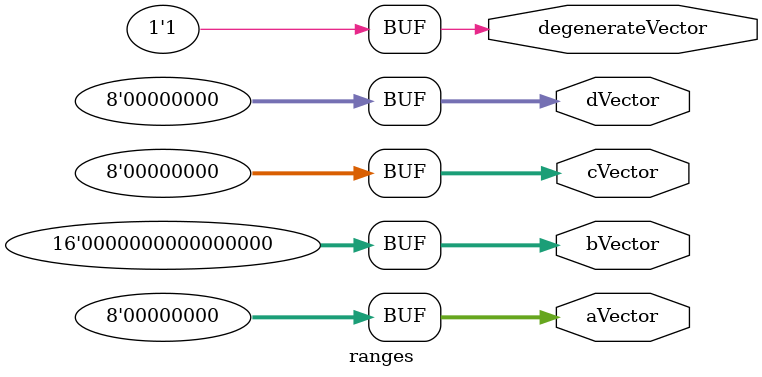
<source format=v>

module ranges (
      output wire [7:0] aVector
    , output wire [15:0] bVector
    , output wire [7:0] cVector
    , output wire [15:8] dVector
    , output wire [0:0] degenerateVector
);

parameter WIDTH = 8;

//|@Vector WIDTH       aVector;
//|@Vector 2*WIDTH     bVector;
//|@Vector [WIDTH-1:0] cVector;
//|@Vector [15:WIDTH]  dVector;

assign degenerateVector[0:0] = 1'b1;

assign aVector = 0;
assign bVector = 0;
assign cVector = 0;
assign dVector = 0;

endmodule

</source>
